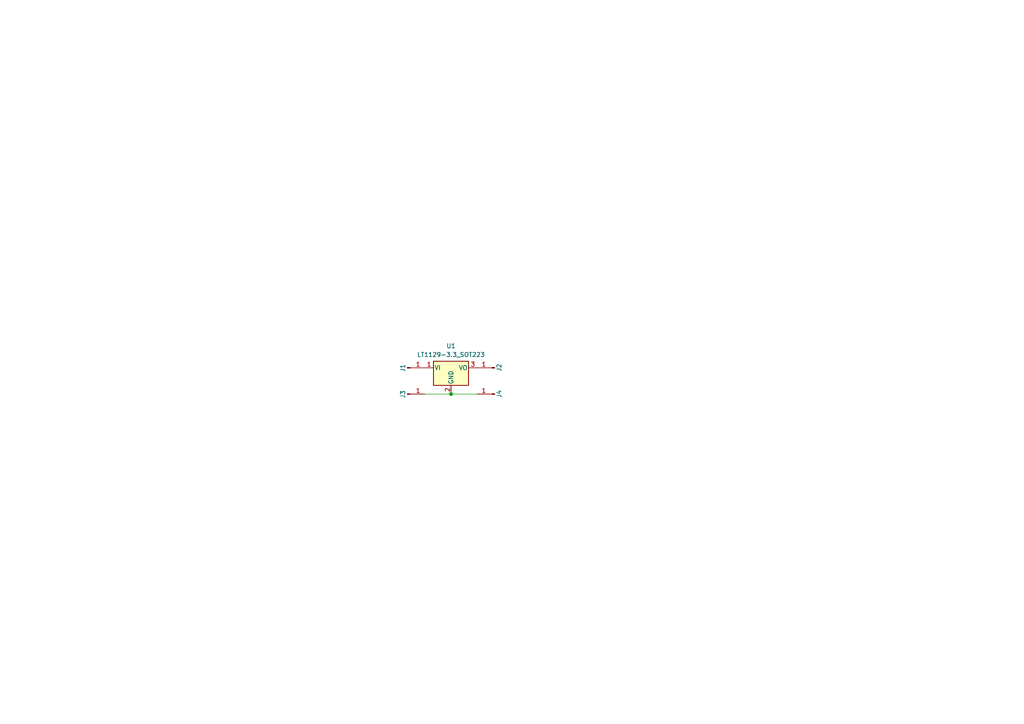
<source format=kicad_sch>
(kicad_sch (version 20230121) (generator eeschema)
  (paper "A4")
  (lib_symbols
    (symbol "Connector:Conn_01x01_Pin" (pin_names (offset 1.016) hide)
      (property "Reference" "J" (at 0 2.54 0))
      (property "Value" "Conn_01x01_Pin" (at 0 -2.54 0))
      (symbol "Conn_01x01_Pin_1_1"
        (polyline (pts (xy 1.27 0) (xy 0.8636 0)) (stroke (width 0.1524)))
        (rectangle (start 0.8636 0.127) (end 0 -0.127) (stroke (width 0.1524)) (fill (type outline)))
        (pin passive line (at 5.08 0 180) (length 3.81) (name "Pin_1") (number "1"))
      )
    )
    (symbol "Regulator_Linear:LT1129-3.3_SOT223" (pin_names (offset 0.254))
      (property "Reference" "U" (at -3.81 3.175 0))
      (property "Value" "LT1129-3.3_SOT223" (at 0 3.175 0))
      (symbol "LT1129-3.3_SOT223_0_1"
        (rectangle (start -5.08 -5.08) (end 5.08 1.905) (stroke (width 0.254)) (fill (type background)))
      )
      (symbol "LT1129-3.3_SOT223_1_1"
        (pin power_in line (at -7.62 0 0) (length 2.54) (name "VI") (number "1"))
        (pin power_in line (at 0 -7.62 90) (length 2.54) (name "GND") (number "2"))
        (pin power_out line (at 7.62 0 180) (length 2.54) (name "VO") (number "3"))
      )
    )
  )
  (junction (at 130.81 114.3))
  (wire (pts (xy 138.43 114.3) (xy 130.81 114.3)))
  (wire (pts (xy 123.19 114.3) (xy 130.81 114.3)))
  (symbol (lib_id "Connector:Conn_01x01_Pin") (at 118.11 106.68 0) (unit 1)
    (property "Reference" "J1" (at 116.84 107.95 90) (effects (justify left)))
    (property "Value" "Conn_01x01_Pin" (effects hide))
    (property "Footprint" "CustSymbols:ManhattanPad" (effects hide))
  )
  (symbol (lib_id "Connector:Conn_01x01_Pin") (at 143.51 106.68 180) (unit 1)
    (property "Reference" "J2" (at 144.78 105.41 90) (effects (justify left)))
    (property "Value" "Conn_01x01_Pin" (effects hide))
    (property "Footprint" "CustSymbols:ManhattanPad" (effects hide))
  )
  (symbol (lib_id "Connector:Conn_01x01_Pin") (at 143.51 114.3 180) (unit 1)
    (property "Reference" "J4" (at 144.78 113.03 90) (effects (justify left)))
    (property "Value" "Conn_01x01_Pin" (effects hide))
    (property "Footprint" "CustSymbols:ManhattanPad" (effects hide))
  )
  (symbol (lib_id "Regulator_Linear:LT1129-3.3_SOT223") (at 130.81 106.68 0) (unit 1)
    (property "Reference" "U1" (at 130.81 100.33 0))
    (property "Value" "LT1129-3.3_SOT223" (at 130.81 102.87 0))
    (property "Footprint" "Package_TO_SOT_SMD:SOT-223-3_TabPin2" (effects hide))
    (property "Datasheet" "https://www.analog.com/media/en/technical-documentation/data-sheets/112935ff.pdf" (effects hide))
  )
  (symbol (lib_id "Connector:Conn_01x01_Pin") (at 118.11 114.3 0) (unit 1)
    (property "Reference" "J3" (at 116.84 115.57 90) (effects (justify left)))
    (property "Value" "Conn_01x01_Pin" (effects hide))
    (property "Footprint" "CustSymbols:ManhattanPad" (effects hide))
  )
)
</source>
